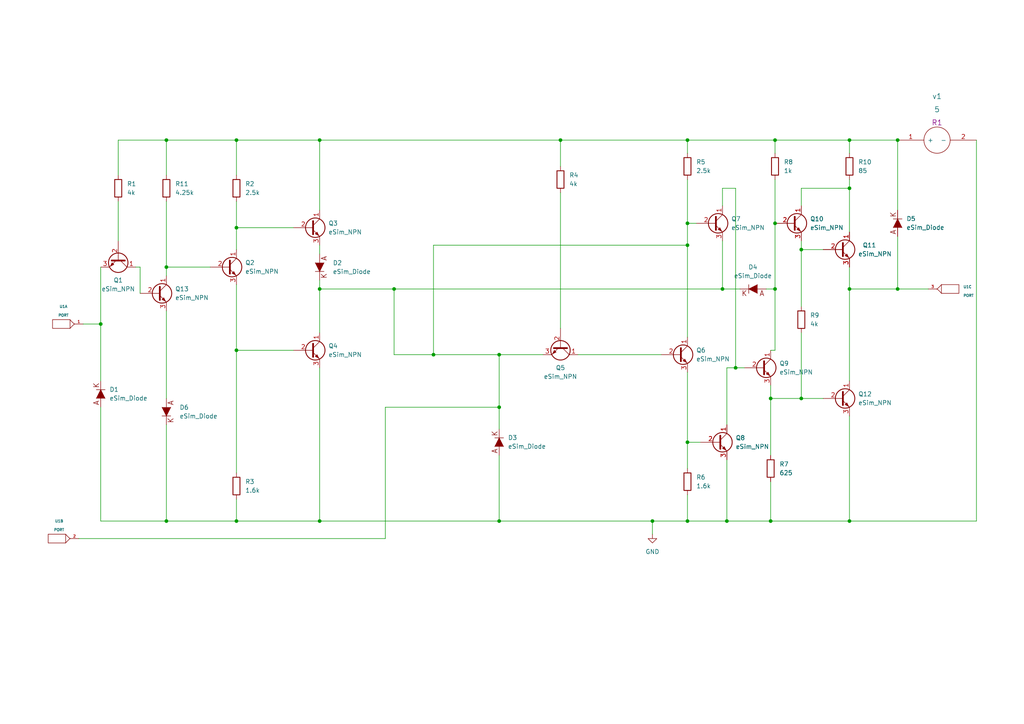
<source format=kicad_sch>
(kicad_sch (version 20211123) (generator eeschema)
  (paper "A4")
  (lib_symbols
    (symbol "eSim_Devices:eSim_Diode" (pin_numbers hide) (pin_names (offset 1.016) hide)
      (property "Reference" "D" (at 0 2.54 0))
      (property "Value" "eSim_Diode" (at 0 -2.54 0))
      (symbol "eSim_Diode_0_0"
        (text "A" (at -2.54 1.27 0) (effects (font (size 1.524 1.524))))
        (text "K" (at 2.54 1.27 0) (effects (font (size 1.524 1.524))))
      )
      (symbol "eSim_Diode_0_1"
        (polyline (pts (xy 1.27 1.27) (xy 1.27 -1.27)) (stroke (width 0.1524)))
        (polyline (pts (xy -1.27 1.27) (xy 1.27 0) (xy -1.27 -1.27)) (fill (type outline)))
      )
      (symbol "eSim_Diode_1_1"
        (pin passive line (at -3.81 0 0) (length 2.54) (name "A") (number "1"))
        (pin passive line (at 3.81 0 180) (length 2.54) (name "K") (number "2"))
      )
    )
    (symbol "eSim_Devices:eSim_NPN" (pin_names (offset 0) hide)
      (property "Reference" "Q" (at -2.54 1.27 0))
      (property "Value" "eSim_NPN" (at -1.27 3.81 0))
      (symbol "eSim_NPN_0_1"
        (polyline (pts (xy 0.635 0.635) (xy 2.54 2.54)))
        (polyline (pts (xy 0.635 -0.635) (xy 2.54 -2.54) (xy 2.54 -2.54)))
        (polyline (pts (xy 0.635 1.905) (xy 0.635 -1.905) (xy 0.635 -1.905)) (stroke (width 0.508)))
        (polyline (pts (xy 1.27 -1.778) (xy 1.778 -1.27) (xy 2.286 -2.286) (xy 1.27 -1.778) (xy 1.27 -1.778)) (fill (type outline)))
        (circle (center 1.27 0) (radius 2.8194) (stroke (width 0.254)))
      )
      (symbol "eSim_NPN_1_1"
        (pin passive line (at 2.54 5.08 270) (length 2.54) (name "C") (number "1"))
        (pin passive line (at -5.08 0 0) (length 5.715) (name "B") (number "2"))
        (pin passive line (at 2.54 -5.08 90) (length 2.54) (name "E") (number "3"))
      )
    )
    (symbol "eSim_Devices:resistor" (pin_numbers hide) (pin_names (offset 0))
      (property "Reference" "R" (at 1.27 3.302 0))
      (property "Value" "resistor" (at 1.27 -1.27 0))
      (symbol "resistor_0_1"
        (rectangle (start 3.81 0.254) (end -1.27 2.286) (stroke (width 0.254)))
      )
      (symbol "resistor_1_1"
        (pin passive line (at -2.54 1.27 0) (length 1.27) (name "~") (number "1"))
        (pin passive line (at 5.08 1.27 180) (length 1.27) (name "~") (number "2"))
      )
    )
    (symbol "eSim_Miscellaneous:PORT" (pin_names (offset 1.016))
      (property "Reference" "U" (at 1.27 2.54 0))
      (property "Value" "PORT" (at 0 0 0))
      (symbol "PORT_0_1"
        (rectangle (start -2.54 1.27) (end 2.54 -1.27))
        (arc (start 2.54 1.27) (mid 3.1355 0.5955) (end 3.81 0))
        (arc (start 3.81 0) (mid 3.1447 -0.6046) (end 2.54 -1.27))
      )
      (symbol "PORT_1_1"
        (pin bidirectional line (at 6.35 0 180) (length 2.54) (name "~") (number "1"))
      )
      (symbol "PORT_2_1"
        (pin bidirectional line (at 6.35 0 180) (length 2.54) (name "~") (number "2"))
      )
      (symbol "PORT_3_1"
        (pin bidirectional line (at 6.35 0 180) (length 2.54) (name "~") (number "3"))
      )
      (symbol "PORT_4_1"
        (pin bidirectional line (at 6.35 0 180) (length 2.54) (name "~") (number "4"))
      )
      (symbol "PORT_5_1"
        (pin bidirectional line (at 6.35 0 180) (length 2.54) (name "~") (number "5"))
      )
      (symbol "PORT_6_1"
        (pin bidirectional line (at 6.35 0 180) (length 2.54) (name "~") (number "6"))
      )
      (symbol "PORT_7_1"
        (pin bidirectional line (at 6.35 0 180) (length 2.54) (name "~") (number "7"))
      )
      (symbol "PORT_8_1"
        (pin bidirectional line (at 6.35 0 180) (length 2.54) (name "~") (number "8"))
      )
      (symbol "PORT_9_1"
        (pin bidirectional line (at 6.35 0 180) (length 2.54) (name "~") (number "9"))
      )
      (symbol "PORT_10_1"
        (pin bidirectional line (at 6.35 0 180) (length 2.54) (name "~") (number "10"))
      )
      (symbol "PORT_11_1"
        (pin bidirectional line (at 6.35 0 180) (length 2.54) (name "~") (number "11"))
      )
      (symbol "PORT_12_1"
        (pin bidirectional line (at 6.35 0 180) (length 2.54) (name "~") (number "12"))
      )
      (symbol "PORT_13_1"
        (pin bidirectional line (at 6.35 0 180) (length 2.54) (name "~") (number "13"))
      )
      (symbol "PORT_14_1"
        (pin bidirectional line (at 6.35 0 180) (length 2.54) (name "~") (number "14"))
      )
      (symbol "PORT_15_1"
        (pin bidirectional line (at 6.35 0 180) (length 2.54) (name "~") (number "15"))
      )
      (symbol "PORT_16_1"
        (pin bidirectional line (at 6.35 0 180) (length 2.54) (name "~") (number "16"))
      )
      (symbol "PORT_17_1"
        (pin bidirectional line (at 6.35 0 180) (length 2.54) (name "~") (number "17"))
      )
      (symbol "PORT_18_1"
        (pin bidirectional line (at 6.35 0 180) (length 2.54) (name "~") (number "18"))
      )
      (symbol "PORT_19_1"
        (pin bidirectional line (at 6.35 0 180) (length 2.54) (name "~") (number "19"))
      )
      (symbol "PORT_20_1"
        (pin bidirectional line (at 6.35 0 180) (length 2.54) (name "~") (number "20"))
      )
      (symbol "PORT_21_1"
        (pin bidirectional line (at 6.35 0 180) (length 2.54) (name "~") (number "21"))
      )
      (symbol "PORT_22_1"
        (pin bidirectional line (at 6.35 0 180) (length 2.54) (name "~") (number "22"))
      )
      (symbol "PORT_23_1"
        (pin bidirectional line (at 6.35 0 180) (length 2.54) (name "~") (number "23"))
      )
      (symbol "PORT_24_1"
        (pin bidirectional line (at 6.35 0 180) (length 2.54) (name "~") (number "24"))
      )
      (symbol "PORT_25_1"
        (pin bidirectional line (at 6.35 0 180) (length 2.54) (name "~") (number "25"))
      )
      (symbol "PORT_26_1"
        (pin bidirectional line (at 6.35 0 180) (length 2.54) (name "~") (number "26"))
      )
    )
    (symbol "eSim_Power:eSim_GND" (power) (pin_names (offset 0))
      (property "Value" "eSim_GND" (at 0 -3.81 0))
      (symbol "eSim_GND_0_1"
        (polyline (pts (xy 0 0) (xy 0 -1.27) (xy 1.27 -1.27) (xy 0 -2.54) (xy -1.27 -1.27) (xy 0 -1.27)))
      )
      (symbol "eSim_GND_1_1"
        (pin power_in line (at 0 0 270) (length 0) hide (name "GND") (number "1"))
      )
    )
    (symbol "eSim_Sources:DC" (pin_names (offset 1.016))
      (property "Reference" "v" (at -5.08 2.54 0))
      (property "Value" "DC" (at -5.08 -1.27 0))
      (property "Footprint" "R1" (at -7.62 0 0))
      (symbol "DC_0_1"
        (circle (center 0 0) (radius 3.81))
      )
      (symbol "DC_1_1"
        (pin power_out line (at 0 11.43 270) (length 7.62) (name "+") (number "1"))
        (pin power_out line (at 0 -11.43 90) (length 7.62) (name "-") (number "2"))
      )
    )
  )
  (junction (at 223.52 151.13))
  (junction (at 223.52 115.57))
  (junction (at 260.35 83.82))
  (junction (at 246.38 54.61))
  (junction (at 209.55 83.82))
  (junction (at 48.26 40.64))
  (junction (at 199.39 71.12))
  (junction (at 246.38 151.13))
  (junction (at 199.39 151.13))
  (junction (at 246.38 83.82))
  (junction (at 162.56 40.64))
  (junction (at 92.71 151.13))
  (junction (at 92.71 40.64))
  (junction (at 92.71 83.82))
  (junction (at 224.79 64.77))
  (junction (at 210.82 151.13))
  (junction (at 199.39 128.27))
  (junction (at 260.35 40.64))
  (junction (at 68.58 40.64))
  (junction (at 68.58 151.13))
  (junction (at 232.41 115.57))
  (junction (at 68.58 101.6))
  (junction (at 144.78 102.87))
  (junction (at 48.26 151.13))
  (junction (at 246.38 40.64))
  (junction (at 125.73 102.87))
  (junction (at 213.36 106.68))
  (junction (at 199.39 40.64))
  (junction (at 189.23 151.13))
  (junction (at 144.78 118.11))
  (junction (at 68.58 66.04))
  (junction (at 114.3 83.82))
  (junction (at 29.21 93.98))
  (junction (at 144.78 151.13))
  (junction (at 199.39 64.77))
  (junction (at 232.41 72.39))
  (junction (at 48.26 77.47))
  (junction (at 224.79 40.64))
  (junction (at 224.79 83.82))
  (wire (pts (xy 223.52 139.7) (xy 223.52 151.13)))
  (wire (pts (xy 125.73 102.87) (xy 125.73 71.12)))
  (wire (pts (xy 232.41 59.69) (xy 232.41 54.61)))
  (wire (pts (xy 144.78 132.08) (xy 144.78 151.13)))
  (wire (pts (xy 111.76 118.11) (xy 111.76 156.21)))
  (wire (pts (xy 223.52 151.13) (xy 246.38 151.13)))
  (wire (pts (xy 22.86 156.21) (xy 111.76 156.21)))
  (wire (pts (xy 224.79 52.07) (xy 224.79 64.77)))
  (wire (pts (xy 48.26 40.64) (xy 48.26 50.8)))
  (wire (pts (xy 189.23 151.13) (xy 189.23 154.94)))
  (wire (pts (xy 24.13 93.98) (xy 29.21 93.98)))
  (wire (pts (xy 224.79 64.77) (xy 224.79 83.82)))
  (wire (pts (xy 260.35 83.82) (xy 269.24 83.82)))
  (wire (pts (xy 199.39 143.51) (xy 199.39 151.13)))
  (wire (pts (xy 199.39 40.64) (xy 224.79 40.64)))
  (wire (pts (xy 68.58 151.13) (xy 48.26 151.13)))
  (wire (pts (xy 34.29 40.64) (xy 34.29 50.8)))
  (wire (pts (xy 199.39 151.13) (xy 189.23 151.13)))
  (wire (pts (xy 125.73 102.87) (xy 144.78 102.87)))
  (wire (pts (xy 232.41 96.52) (xy 232.41 115.57)))
  (wire (pts (xy 68.58 82.55) (xy 68.58 101.6)))
  (wire (pts (xy 114.3 102.87) (xy 125.73 102.87)))
  (wire (pts (xy 232.41 72.39) (xy 232.41 88.9)))
  (wire (pts (xy 246.38 40.64) (xy 246.38 44.45)))
  (wire (pts (xy 246.38 40.64) (xy 224.79 40.64)))
  (wire (pts (xy 260.35 60.96) (xy 260.35 40.64)))
  (wire (pts (xy 246.38 120.65) (xy 246.38 151.13)))
  (wire (pts (xy 114.3 83.82) (xy 209.55 83.82)))
  (wire (pts (xy 48.26 77.47) (xy 48.26 80.01)))
  (wire (pts (xy 246.38 83.82) (xy 246.38 110.49)))
  (wire (pts (xy 29.21 118.11) (xy 29.21 151.13)))
  (wire (pts (xy 283.21 40.64) (xy 283.21 151.13)))
  (wire (pts (xy 144.78 102.87) (xy 157.48 102.87)))
  (wire (pts (xy 209.55 54.61) (xy 213.36 54.61)))
  (wire (pts (xy 114.3 102.87) (xy 114.3 83.82)))
  (wire (pts (xy 223.52 115.57) (xy 223.52 132.08)))
  (wire (pts (xy 29.21 77.47) (xy 29.21 93.98)))
  (wire (pts (xy 92.71 40.64) (xy 162.56 40.64)))
  (wire (pts (xy 39.37 77.47) (xy 40.64 77.47)))
  (wire (pts (xy 223.52 115.57) (xy 232.41 115.57)))
  (wire (pts (xy 224.79 83.82) (xy 224.79 101.6)))
  (wire (pts (xy 34.29 40.64) (xy 48.26 40.64)))
  (wire (pts (xy 199.39 64.77) (xy 201.93 64.77)))
  (wire (pts (xy 68.58 101.6) (xy 85.09 101.6)))
  (wire (pts (xy 246.38 52.07) (xy 246.38 54.61)))
  (wire (pts (xy 246.38 54.61) (xy 246.38 67.31)))
  (wire (pts (xy 144.78 118.11) (xy 111.76 118.11)))
  (wire (pts (xy 162.56 40.64) (xy 199.39 40.64)))
  (wire (pts (xy 232.41 69.85) (xy 232.41 72.39)))
  (wire (pts (xy 48.26 58.42) (xy 48.26 77.47)))
  (wire (pts (xy 210.82 133.35) (xy 210.82 151.13)))
  (wire (pts (xy 34.29 58.42) (xy 34.29 69.85)))
  (wire (pts (xy 68.58 66.04) (xy 85.09 66.04)))
  (wire (pts (xy 144.78 124.46) (xy 144.78 118.11)))
  (wire (pts (xy 162.56 55.88) (xy 162.56 95.25)))
  (wire (pts (xy 92.71 40.64) (xy 68.58 40.64)))
  (wire (pts (xy 92.71 81.28) (xy 92.71 83.82)))
  (wire (pts (xy 40.64 77.47) (xy 40.64 85.09)))
  (wire (pts (xy 210.82 106.68) (xy 210.82 123.19)))
  (wire (pts (xy 215.9 106.68) (xy 213.36 106.68)))
  (wire (pts (xy 224.79 40.64) (xy 224.79 44.45)))
  (wire (pts (xy 92.71 151.13) (xy 68.58 151.13)))
  (wire (pts (xy 29.21 93.98) (xy 29.21 110.49)))
  (wire (pts (xy 29.21 151.13) (xy 48.26 151.13)))
  (wire (pts (xy 199.39 135.89) (xy 199.39 128.27)))
  (wire (pts (xy 199.39 52.07) (xy 199.39 64.77)))
  (wire (pts (xy 68.58 101.6) (xy 68.58 137.16)))
  (wire (pts (xy 213.36 54.61) (xy 213.36 106.68)))
  (wire (pts (xy 260.35 68.58) (xy 260.35 83.82)))
  (wire (pts (xy 92.71 71.12) (xy 92.71 73.66)))
  (wire (pts (xy 213.36 106.68) (xy 210.82 106.68)))
  (wire (pts (xy 189.23 151.13) (xy 144.78 151.13)))
  (wire (pts (xy 260.35 40.64) (xy 246.38 40.64)))
  (wire (pts (xy 92.71 83.82) (xy 92.71 96.52)))
  (wire (pts (xy 199.39 71.12) (xy 199.39 97.79)))
  (wire (pts (xy 68.58 40.64) (xy 48.26 40.64)))
  (wire (pts (xy 162.56 40.64) (xy 162.56 48.26)))
  (wire (pts (xy 232.41 54.61) (xy 246.38 54.61)))
  (wire (pts (xy 68.58 66.04) (xy 68.58 72.39)))
  (wire (pts (xy 167.64 102.87) (xy 191.77 102.87)))
  (wire (pts (xy 199.39 107.95) (xy 199.39 128.27)))
  (wire (pts (xy 125.73 71.12) (xy 199.39 71.12)))
  (wire (pts (xy 48.26 90.17) (xy 48.26 115.57)))
  (wire (pts (xy 224.79 101.6) (xy 223.52 101.6)))
  (wire (pts (xy 283.21 151.13) (xy 246.38 151.13)))
  (wire (pts (xy 209.55 83.82) (xy 214.63 83.82)))
  (wire (pts (xy 48.26 77.47) (xy 60.96 77.47)))
  (wire (pts (xy 209.55 69.85) (xy 209.55 83.82)))
  (wire (pts (xy 48.26 123.19) (xy 48.26 151.13)))
  (wire (pts (xy 92.71 106.68) (xy 92.71 151.13)))
  (wire (pts (xy 92.71 83.82) (xy 114.3 83.82)))
  (wire (pts (xy 92.71 151.13) (xy 144.78 151.13)))
  (wire (pts (xy 223.52 151.13) (xy 210.82 151.13)))
  (wire (pts (xy 246.38 77.47) (xy 246.38 83.82)))
  (wire (pts (xy 199.39 64.77) (xy 199.39 71.12)))
  (wire (pts (xy 68.58 58.42) (xy 68.58 66.04)))
  (wire (pts (xy 232.41 72.39) (xy 238.76 72.39)))
  (wire (pts (xy 222.25 83.82) (xy 224.79 83.82)))
  (wire (pts (xy 210.82 151.13) (xy 199.39 151.13)))
  (wire (pts (xy 223.52 111.76) (xy 223.52 115.57)))
  (wire (pts (xy 246.38 83.82) (xy 260.35 83.82)))
  (wire (pts (xy 68.58 40.64) (xy 68.58 50.8)))
  (wire (pts (xy 232.41 115.57) (xy 238.76 115.57)))
  (wire (pts (xy 209.55 59.69) (xy 209.55 54.61)))
  (wire (pts (xy 199.39 40.64) (xy 199.39 44.45)))
  (wire (pts (xy 68.58 144.78) (xy 68.58 151.13)))
  (wire (pts (xy 144.78 102.87) (xy 144.78 118.11)))
  (wire (pts (xy 92.71 40.64) (xy 92.71 60.96)))
  (wire (pts (xy 199.39 128.27) (xy 203.2 128.27)))
  (symbol (lib_id "eSim_Devices:resistor") (at 69.85 55.88 90) (unit 1)
    (property "Reference" "R2" (at 71.12 53.3399 90) (effects (justify right)))
    (property "Value" "2.5k" (at 71.12 55.8799 90) (effects (justify right)))
  )
  (symbol (lib_id "eSim_Devices:eSim_Diode") (at 218.44 83.82 180) (unit 1)
    (property "Reference" "D4" (at 218.3855 77.47 0))
    (property "Value" "eSim_Diode" (at 218.3855 80.01 0))
  )
  (symbol (lib_id "eSim_Devices:resistor") (at 49.53 55.88 90) (unit 1)
    (property "Reference" "R11" (at 50.8 53.3399 90) (effects (justify right)))
    (property "Value" "4.25k" (at 50.8 55.8799 90) (effects (justify right)))
  )
  (symbol (lib_id "eSim_Devices:resistor") (at 163.83 53.34 90) (unit 1)
    (property "Reference" "R4" (at 165.1 50.7999 90) (effects (justify right)))
    (property "Value" "4k" (at 165.1 53.3399 90) (effects (justify right)))
  )
  (symbol (lib_id "eSim_Devices:resistor") (at 69.85 142.24 90) (unit 1)
    (property "Reference" "R3" (at 71.12 139.6999 90) (effects (justify right)))
    (property "Value" "1.6k" (at 71.12 142.2399 90) (effects (justify right)))
  )
  (symbol (lib_id "eSim_Devices:eSim_Diode") (at 92.71 77.47 270) (unit 1)
    (property "Reference" "D2" (at 96.52 76.2543 90) (effects (justify left)))
    (property "Value" "eSim_Diode" (at 96.52 78.7943 90) (effects (justify left)))
  )
  (symbol (lib_id "eSim_Devices:eSim_Diode") (at 144.78 128.27 90) (unit 1)
    (property "Reference" "D3" (at 147.32 126.9454 90) (effects (justify right)))
    (property "Value" "eSim_Diode" (at 147.32 129.4854 90) (effects (justify right)))
  )
  (symbol (lib_id "eSim_Miscellaneous:PORT") (at 275.59 83.82 180) (unit 3)
    (property "Reference" "U1" (at 279.4 83.185 0) (effects (font (size 0.762 0.762)) (justify right)))
    (property "Value" "PORT" (at 279.4 85.725 0) (effects (font (size 0.762 0.762)) (justify right)))
  )
  (symbol (lib_id "eSim_Devices:eSim_Diode") (at 29.21 114.3 90) (unit 1)
    (property "Reference" "D1" (at 31.75 112.9754 90) (effects (justify right)))
    (property "Value" "eSim_Diode" (at 31.75 115.5154 90) (effects (justify right)))
  )
  (symbol (lib_id "eSim_Devices:eSim_NPN") (at 243.84 115.57 0) (unit 1)
    (property "Reference" "Q12" (at 248.92 114.2999 0) (effects (justify left)))
    (property "Value" "eSim_NPN" (at 248.92 116.8399 0) (effects (justify left)))
  )
  (symbol (lib_id "eSim_Devices:resistor") (at 200.66 49.53 90) (unit 1)
    (property "Reference" "R5" (at 201.93 46.9899 90) (effects (justify right)))
    (property "Value" "2.5k" (at 201.93 49.5299 90) (effects (justify right)))
  )
  (symbol (lib_id "eSim_Devices:eSim_Diode") (at 260.35 64.77 90) (unit 1)
    (property "Reference" "D5" (at 262.89 63.4454 90) (effects (justify right)))
    (property "Value" "eSim_Diode" (at 262.89 65.9854 90) (effects (justify right)))
  )
  (symbol (lib_id "eSim_Devices:resistor") (at 224.79 137.16 90) (unit 1)
    (property "Reference" "R7" (at 226.06 134.6199 90) (effects (justify right)))
    (property "Value" "625" (at 226.06 137.1599 90) (effects (justify right)))
  )
  (symbol (lib_id "eSim_Miscellaneous:PORT") (at 17.78 93.98 0) (unit 1)
    (property "Reference" "U1" (at 18.415 88.9 0) (effects (font (size 0.762 0.762))))
    (property "Value" "PORT" (at 18.415 91.44 0) (effects (font (size 0.762 0.762))))
  )
  (symbol (lib_id "eSim_Devices:eSim_NPN") (at 229.87 64.77 0) (unit 1)
    (property "Reference" "Q10" (at 234.95 63.4999 0) (effects (justify left)))
    (property "Value" "eSim_NPN" (at 234.95 66.0399 0) (effects (justify left)))
  )
  (symbol (lib_id "eSim_Devices:resistor") (at 200.66 140.97 90) (unit 1)
    (property "Reference" "R6" (at 201.93 138.4299 90) (effects (justify right)))
    (property "Value" "1.6k" (at 201.93 140.9699 90) (effects (justify right)))
  )
  (symbol (lib_id "eSim_Devices:eSim_NPN") (at 207.01 64.77 0) (unit 1)
    (property "Reference" "Q7" (at 212.09 63.4999 0) (effects (justify left)))
    (property "Value" "eSim_NPN" (at 212.09 66.0399 0) (effects (justify left)))
  )
  (symbol (lib_id "eSim_Devices:eSim_Diode") (at 48.26 119.38 270) (unit 1)
    (property "Reference" "D6" (at 52.07 118.1643 90) (effects (justify left)))
    (property "Value" "eSim_Diode" (at 52.07 120.7043 90) (effects (justify left)))
  )
  (symbol (lib_id "eSim_Devices:eSim_NPN") (at 90.17 66.04 0) (unit 1)
    (property "Reference" "Q3" (at 95.25 64.7699 0) (effects (justify left)))
    (property "Value" "eSim_NPN" (at 95.25 67.3099 0) (effects (justify left)))
  )
  (symbol (lib_id "eSim_Devices:resistor") (at 233.68 93.98 90) (unit 1)
    (property "Reference" "R9" (at 234.95 91.4399 90) (effects (justify right)))
    (property "Value" "4k" (at 234.95 93.9799 90) (effects (justify right)))
  )
  (symbol (lib_id "eSim_Devices:eSim_NPN") (at 90.17 101.6 0) (unit 1)
    (property "Reference" "Q4" (at 95.25 100.3299 0) (effects (justify left)))
    (property "Value" "eSim_NPN" (at 95.25 102.8699 0) (effects (justify left)))
  )
  (symbol (lib_id "eSim_Sources:DC") (at 271.78 40.64 90) (unit 1)
    (property "Reference" "v1" (at 271.78 27.94 90) (effects (font (size 1.524 1.524))))
    (property "Value" "5" (at 271.78 31.75 90) (effects (font (size 1.524 1.524))))
    (property "Footprint" "R1" (at 271.78 35.56 90) (effects (font (size 1.524 1.524))))
  )
  (symbol (lib_id "eSim_Devices:eSim_NPN") (at 45.72 85.09 0) (unit 1)
    (property "Reference" "Q13" (at 50.8 83.8199 0) (effects (justify left)))
    (property "Value" "eSim_NPN" (at 50.8 86.3599 0) (effects (justify left)))
  )
  (symbol (lib_id "eSim_Power:eSim_GND") (at 189.23 154.94 0) (unit 1)
    (property "Reference" "#PWR03" (effects hide))
    (property "Value" "eSim_GND" (at 189.23 160.02 0))
  )
  (symbol (lib_id "eSim_Miscellaneous:PORT") (at 16.51 156.21 0) (unit 2)
    (property "Reference" "U1" (at 17.145 151.13 0) (effects (font (size 0.762 0.762))))
    (property "Value" "PORT" (at 17.145 153.67 0) (effects (font (size 0.762 0.762))))
  )
  (symbol (lib_id "eSim_Devices:resistor") (at 247.65 49.53 90) (unit 1)
    (property "Reference" "R10" (at 248.92 46.99 90) (effects (justify right)))
    (property "Value" "85" (at 248.92 49.53 90) (effects (justify right)))
  )
  (symbol (lib_id "eSim_Devices:eSim_NPN") (at 162.56 100.33 270) (unit 1)
    (property "Reference" "Q5" (at 162.56 106.68 90))
    (property "Value" "eSim_NPN" (at 162.56 109.22 90))
  )
  (symbol (lib_id "eSim_Devices:eSim_NPN") (at 196.85 102.87 0) (unit 1)
    (property "Reference" "Q6" (at 201.93 101.5999 0) (effects (justify left)))
    (property "Value" "eSim_NPN" (at 201.93 104.1399 0) (effects (justify left)))
  )
  (symbol (lib_id "eSim_Devices:eSim_NPN") (at 208.28 128.27 0) (unit 1)
    (property "Reference" "Q8" (at 213.36 126.9999 0) (effects (justify left)))
    (property "Value" "eSim_NPN" (at 213.36 129.5399 0) (effects (justify left)))
  )
  (symbol (lib_id "eSim_Devices:resistor") (at 35.56 55.88 90) (unit 1)
    (property "Reference" "R1" (at 36.83 53.3399 90) (effects (justify right)))
    (property "Value" "4k" (at 36.83 55.8799 90) (effects (justify right)))
  )
  (symbol (lib_id "eSim_Devices:eSim_NPN") (at 66.04 77.47 0) (unit 1)
    (property "Reference" "Q2" (at 71.12 76.1999 0) (effects (justify left)))
    (property "Value" "eSim_NPN" (at 71.12 78.7399 0) (effects (justify left)))
  )
  (symbol (lib_id "eSim_Devices:eSim_NPN") (at 34.29 74.93 270) (unit 1)
    (property "Reference" "Q1" (at 34.29 81.28 90))
    (property "Value" "eSim_NPN" (at 34.29 83.82 90))
  )
  (symbol (lib_id "eSim_Devices:eSim_NPN") (at 243.84 72.39 0) (unit 1)
    (property "Reference" "Q11" (at 250.19 71.12 0) (effects (justify left)))
    (property "Value" "eSim_NPN" (at 248.92 73.66 0) (effects (justify left)))
  )
  (symbol (lib_id "eSim_Devices:eSim_NPN") (at 220.98 106.68 0) (unit 1)
    (property "Reference" "Q9" (at 226.06 105.4099 0) (effects (justify left)))
    (property "Value" "eSim_NPN" (at 226.06 107.9499 0) (effects (justify left)))
  )
  (symbol (lib_id "eSim_Devices:resistor") (at 226.06 49.53 90) (unit 1)
    (property "Reference" "R8" (at 227.33 46.9899 90) (effects (justify right)))
    (property "Value" "1k" (at 227.33 49.5299 90) (effects (justify right)))
  )
)
</source>
